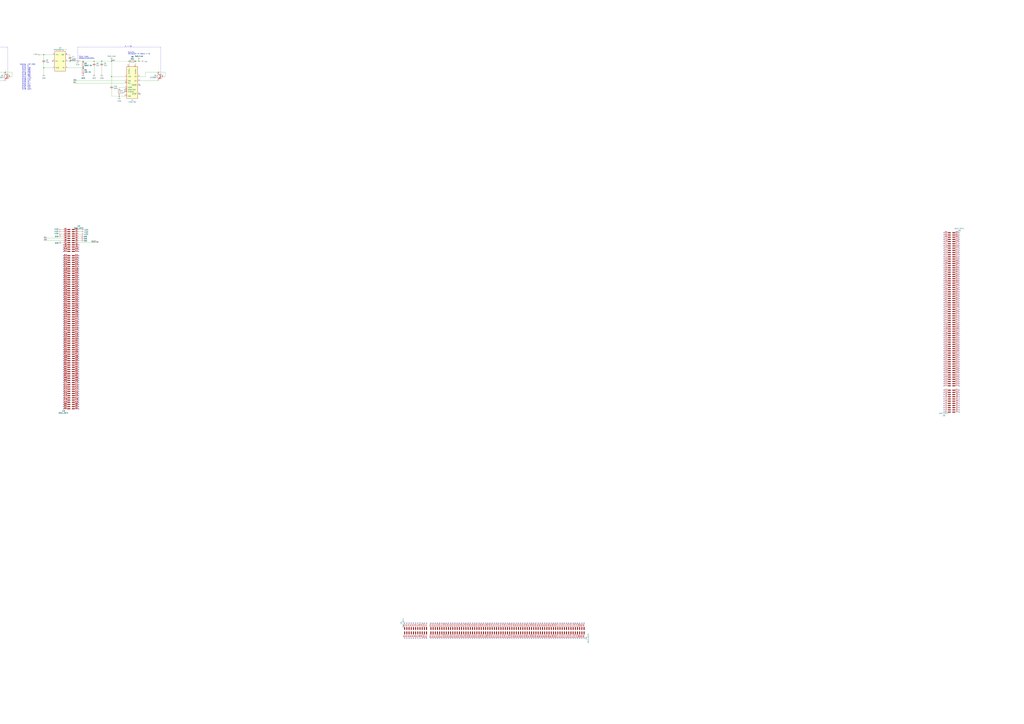
<source format=kicad_sch>
(kicad_sch (version 20211123) (generator eeschema)
  (paper "A0")
  (lib_symbols
    (symbol "connector:2M11_2M71" (pin_names (offset 1.016) hide) (in_bom no)
      (property "Reference" "J" (at 8.89 2.54 0))
      (property "Value" "2M11_2M71" (at 8.89 5.08 0))
      (symbol "2M11_2M71_1_1"
        (pin passive line (at 0 0 0) (length 5.08) (name "~") (number "A1"))
        (pin passive line (at 0 -22.86 0) (length 5.08) (name "~") (number "A10"))
        (pin passive line (at 0 -25.4 0) (length 5.08) (name "~") (number "A11"))
        (pin passive line (at 0 -30.48 0) (length 5.08) (name "~") (number "A12"))
        (pin passive line (at 0 -33.02 0) (length 5.08) (name "~") (number "A13"))
        (pin passive line (at 0 -35.56 0) (length 5.08) (name "~") (number "A14"))
        (pin passive line (at 0 -38.1 0) (length 5.08) (name "~") (number "A15"))
        (pin passive line (at 0 -40.64 0) (length 5.08) (name "~") (number "A16"))
        (pin passive line (at 0 -43.18 0) (length 5.08) (name "~") (number "A17"))
        (pin passive line (at 0 -45.72 0) (length 5.08) (name "~") (number "A18"))
        (pin passive line (at 0 -48.26 0) (length 5.08) (name "~") (number "A19"))
        (pin passive line (at 0 -2.54 0) (length 5.08) (name "~") (number "A2"))
        (pin passive line (at 0 -50.8 0) (length 5.08) (name "~") (number "A20"))
        (pin passive line (at 0 -53.34 0) (length 5.08) (name "~") (number "A21"))
        (pin passive line (at 0 -55.88 0) (length 5.08) (name "~") (number "A22"))
        (pin passive line (at 0 -58.42 0) (length 5.08) (name "~") (number "A23"))
        (pin passive line (at 0 -60.96 0) (length 5.08) (name "~") (number "A24"))
        (pin passive line (at 0 -63.5 0) (length 5.08) (name "~") (number "A25"))
        (pin passive line (at 0 -66.04 0) (length 5.08) (name "~") (number "A26"))
        (pin passive line (at 0 -68.58 0) (length 5.08) (name "~") (number "A27"))
        (pin passive line (at 0 -71.12 0) (length 5.08) (name "~") (number "A28"))
        (pin passive line (at 0 -73.66 0) (length 5.08) (name "~") (number "A29"))
        (pin passive line (at 0 -5.08 0) (length 5.08) (name "~") (number "A3"))
        (pin passive line (at 0 -76.2 0) (length 5.08) (name "~") (number "A30"))
        (pin passive line (at 0 -78.74 0) (length 5.08) (name "~") (number "A31"))
        (pin passive line (at 0 -81.28 0) (length 5.08) (name "~") (number "A32"))
        (pin passive line (at 0 -83.82 0) (length 5.08) (name "~") (number "A33"))
        (pin passive line (at 0 -86.36 0) (length 5.08) (name "~") (number "A34"))
        (pin passive line (at 0 -88.9 0) (length 5.08) (name "~") (number "A35"))
        (pin passive line (at 0 -91.44 0) (length 5.08) (name "~") (number "A36"))
        (pin passive line (at 0 -93.98 0) (length 5.08) (name "~") (number "A37"))
        (pin passive line (at 0 -96.52 0) (length 5.08) (name "~") (number "A38"))
        (pin passive line (at 0 -99.06 0) (length 5.08) (name "~") (number "A39"))
        (pin passive line (at 0 -7.62 0) (length 5.08) (name "~") (number "A4"))
        (pin passive line (at 0 -101.6 0) (length 5.08) (name "~") (number "A40"))
        (pin passive line (at 0 -104.14 0) (length 5.08) (name "~") (number "A41"))
        (pin passive line (at 0 -106.68 0) (length 5.08) (name "~") (number "A42"))
        (pin passive line (at 0 -109.22 0) (length 5.08) (name "~") (number "A43"))
        (pin passive line (at 0 -111.76 0) (length 5.08) (name "~") (number "A44"))
        (pin passive line (at 0 -114.3 0) (length 5.08) (name "~") (number "A45"))
        (pin passive line (at 0 -116.84 0) (length 5.08) (name "~") (number "A46"))
        (pin passive line (at 0 -119.38 0) (length 5.08) (name "~") (number "A47"))
        (pin passive line (at 0 -121.92 0) (length 5.08) (name "~") (number "A48"))
        (pin passive line (at 0 -124.46 0) (length 5.08) (name "~") (number "A49"))
        (pin passive line (at 0 -10.16 0) (length 5.08) (name "~") (number "A5"))
        (pin passive line (at 0 -127 0) (length 5.08) (name "~") (number "A50"))
        (pin passive line (at 0 -129.54 0) (length 5.08) (name "~") (number "A51"))
        (pin passive line (at 0 -132.08 0) (length 5.08) (name "~") (number "A52"))
        (pin passive line (at 0 -134.62 0) (length 5.08) (name "~") (number "A53"))
        (pin passive line (at 0 -137.16 0) (length 5.08) (name "~") (number "A54"))
        (pin passive line (at 0 -139.7 0) (length 5.08) (name "~") (number "A55"))
        (pin passive line (at 0 -142.24 0) (length 5.08) (name "~") (number "A56"))
        (pin passive line (at 0 -144.78 0) (length 5.08) (name "~") (number "A57"))
        (pin passive line (at 0 -147.32 0) (length 5.08) (name "~") (number "A58"))
        (pin passive line (at 0 -149.86 0) (length 5.08) (name "~") (number "A59"))
        (pin passive line (at 0 -12.7 0) (length 5.08) (name "~") (number "A6"))
        (pin passive line (at 0 -152.4 0) (length 5.08) (name "~") (number "A60"))
        (pin passive line (at 0 -154.94 0) (length 5.08) (name "~") (number "A61"))
        (pin passive line (at 0 -157.48 0) (length 5.08) (name "~") (number "A62"))
        (pin passive line (at 0 -160.02 0) (length 5.08) (name "~") (number "A63"))
        (pin passive line (at 0 -162.56 0) (length 5.08) (name "~") (number "A64"))
        (pin passive line (at 0 -165.1 0) (length 5.08) (name "~") (number "A65"))
        (pin passive line (at 0 -167.64 0) (length 5.08) (name "~") (number "A66"))
        (pin passive line (at 0 -170.18 0) (length 5.08) (name "~") (number "A67"))
        (pin passive line (at 0 -172.72 0) (length 5.08) (name "~") (number "A68"))
        (pin passive line (at 0 -175.26 0) (length 5.08) (name "~") (number "A69"))
        (pin passive line (at 0 -15.24 0) (length 5.08) (name "~") (number "A7"))
        (pin passive line (at 0 -177.8 0) (length 5.08) (name "~") (number "A70"))
        (pin passive line (at 0 -180.34 0) (length 5.08) (name "~") (number "A71"))
        (pin passive line (at 0 -182.88 0) (length 5.08) (name "~") (number "A72"))
        (pin passive line (at 0 -185.42 0) (length 5.08) (name "~") (number "A73"))
        (pin passive line (at 0 -187.96 0) (length 5.08) (name "~") (number "A74"))
        (pin passive line (at 0 -190.5 0) (length 5.08) (name "~") (number "A75"))
        (pin passive line (at 0 -193.04 0) (length 5.08) (name "~") (number "A76"))
        (pin passive line (at 0 -195.58 0) (length 5.08) (name "~") (number "A77"))
        (pin passive line (at 0 -198.12 0) (length 5.08) (name "~") (number "A78"))
        (pin passive line (at 0 -200.66 0) (length 5.08) (name "~") (number "A79"))
        (pin passive line (at 0 -17.78 0) (length 5.08) (name "~") (number "A8"))
        (pin passive line (at 0 -203.2 0) (length 5.08) (name "~") (number "A80"))
        (pin passive line (at 0 -205.74 0) (length 5.08) (name "~") (number "A81"))
        (pin passive line (at 0 -208.28 0) (length 5.08) (name "~") (number "A82"))
        (pin passive line (at 0 -20.32 0) (length 5.08) (name "~") (number "A9"))
      )
      (symbol "2M11_2M71_2_1"
        (pin passive line (at 0 0 0) (length 5.08) (name "~") (number "B1"))
        (pin passive line (at 0 -22.86 0) (length 5.08) (name "~") (number "B10"))
        (pin passive line (at 0 -25.4 0) (length 5.08) (name "~") (number "B11"))
        (pin passive line (at 0 -30.48 0) (length 5.08) (name "~") (number "B12"))
        (pin passive line (at 0 -33.02 0) (length 5.08) (name "~") (number "B13"))
        (pin passive line (at 0 -35.56 0) (length 5.08) (name "~") (number "B14"))
        (pin passive line (at 0 -38.1 0) (length 5.08) (name "~") (number "B15"))
        (pin passive line (at 0 -40.64 0) (length 5.08) (name "~") (number "B16"))
        (pin passive line (at 0 -43.18 0) (length 5.08) (name "~") (number "B17"))
        (pin passive line (at 0 -45.72 0) (length 5.08) (name "~") (number "B18"))
        (pin passive line (at 0 -48.26 0) (length 5.08) (name "~") (number "B19"))
        (pin passive line (at 0 -2.54 0) (length 5.08) (name "~") (number "B2"))
        (pin passive line (at 0 -50.8 0) (length 5.08) (name "~") (number "B20"))
        (pin passive line (at 0 -53.34 0) (length 5.08) (name "~") (number "B21"))
        (pin passive line (at 0 -55.88 0) (length 5.08) (name "~") (number "B22"))
        (pin passive line (at 0 -58.42 0) (length 5.08) (name "~") (number "B23"))
        (pin passive line (at 0 -60.96 0) (length 5.08) (name "~") (number "B24"))
        (pin passive line (at 0 -63.5 0) (length 5.08) (name "~") (number "B25"))
        (pin passive line (at 0 -66.04 0) (length 5.08) (name "~") (number "B26"))
        (pin passive line (at 0 -68.58 0) (length 5.08) (name "~") (number "B27"))
        (pin passive line (at 0 -71.12 0) (length 5.08) (name "~") (number "B28"))
        (pin passive line (at 0 -73.66 0) (length 5.08) (name "~") (number "B29"))
        (pin passive line (at 0 -5.08 0) (length 5.08) (name "~") (number "B3"))
        (pin passive line (at 0 -76.2 0) (length 5.08) (name "~") (number "B30"))
        (pin passive line (at 0 -78.74 0) (length 5.08) (name "~") (number "B31"))
        (pin passive line (at 0 -81.28 0) (length 5.08) (name "~") (number "B32"))
        (pin passive line (at 0 -83.82 0) (length 5.08) (name "~") (number "B33"))
        (pin passive line (at 0 -86.36 0) (length 5.08) (name "~") (number "B34"))
        (pin passive line (at 0 -88.9 0) (length 5.08) (name "~") (number "B35"))
        (pin passive line (at 0 -91.44 0) (length 5.08) (name "~") (number "B36"))
        (pin passive line (at 0 -93.98 0) (length 5.08) (name "~") (number "B37"))
        (pin passive line (at 0 -96.52 0) (length 5.08) (name "~") (number "B38"))
        (pin passive line (at 0 -99.06 0) (length 5.08) (name "~") (number "B39"))
        (pin passive line (at 0 -7.62 0) (length 5.08) (name "~") (number "B4"))
        (pin passive line (at 0 -101.6 0) (length 5.08) (name "~") (number "B40"))
        (pin passive line (at 0 -104.14 0) (length 5.08) (name "~") (number "B41"))
        (pin passive line (at 0 -106.68 0) (length 5.08) (name "~") (number "B42"))
        (pin passive line (at 0 -109.22 0) (length 5.08) (name "~") (number "B43"))
        (pin passive line (at 0 -111.76 0) (length 5.08) (name "~") (number "B44"))
        (pin passive line (at 0 -114.3 0) (length 5.08) (name "~") (number "B45"))
        (pin passive line (at 0 -116.84 0) (length 5.08) (name "~") (number "B46"))
        (pin passive line (at 0 -119.38 0) (length 5.08) (name "~") (number "B47"))
        (pin passive line (at 0 -121.92 0) (length 5.08) (name "~") (number "B48"))
        (pin passive line (at 0 -124.46 0) (length 5.08) (name "~") (number "B49"))
        (pin passive line (at 0 -10.16 0) (length 5.08) (name "~") (number "B5"))
        (pin passive line (at 0 -127 0) (length 5.08) (name "~") (number "B50"))
        (pin passive line (at 0 -129.54 0) (length 5.08) (name "~") (number "B51"))
        (pin passive line (at 0 -132.08 0) (length 5.08) (name "~") (number "B52"))
        (pin passive line (at 0 -134.62 0) (length 5.08) (name "~") (number "B53"))
        (pin passive line (at 0 -137.16 0) (length 5.08) (name "~") (number "B54"))
        (pin passive line (at 0 -139.7 0) (length 5.08) (name "~") (number "B55"))
        (pin passive line (at 0 -142.24 0) (length 5.08) (name "~") (number "B56"))
        (pin passive line (at 0 -144.78 0) (length 5.08) (name "~") (number "B57"))
        (pin passive line (at 0 -147.32 0) (length 5.08) (name "~") (number "B58"))
        (pin passive line (at 0 -149.86 0) (length 5.08) (name "~") (number "B59"))
        (pin passive line (at 0 -12.7 0) (length 5.08) (name "~") (number "B6"))
        (pin passive line (at 0 -152.4 0) (length 5.08) (name "~") (number "B60"))
        (pin passive line (at 0 -154.94 0) (length 5.08) (name "~") (number "B61"))
        (pin passive line (at 0 -157.48 0) (length 5.08) (name "~") (number "B62"))
        (pin passive line (at 0 -160.02 0) (length 5.08) (name "~") (number "B63"))
        (pin passive line (at 0 -162.56 0) (length 5.08) (name "~") (number "B64"))
        (pin passive line (at 0 -165.1 0) (length 5.08) (name "~") (number "B65"))
        (pin passive line (at 0 -167.64 0) (length 5.08) (name "~") (number "B66"))
        (pin passive line (at 0 -170.18 0) (length 5.08) (name "~") (number "B67"))
        (pin passive line (at 0 -172.72 0) (length 5.08) (name "~") (number "B68"))
        (pin passive line (at 0 -175.26 0) (length 5.08) (name "~") (number "B69"))
        (pin passive line (at 0 -15.24 0) (length 5.08) (name "~") (number "B7"))
        (pin passive line (at 0 -177.8 0) (length 5.08) (name "~") (number "B70"))
        (pin passive line (at 0 -180.34 0) (length 5.08) (name "~") (number "B71"))
        (pin passive line (at 0 -182.88 0) (length 5.08) (name "~") (number "B72"))
        (pin passive line (at 0 -185.42 0) (length 5.08) (name "~") (number "B73"))
        (pin passive line (at 0 -187.96 0) (length 5.08) (name "~") (number "B74"))
        (pin passive line (at 0 -190.5 0) (length 5.08) (name "~") (number "B75"))
        (pin passive line (at 0 -193.04 0) (length 5.08) (name "~") (number "B76"))
        (pin passive line (at 0 -195.58 0) (length 5.08) (name "~") (number "B77"))
        (pin passive line (at 0 -198.12 0) (length 5.08) (name "~") (number "B78"))
        (pin passive line (at 0 -200.66 0) (length 5.08) (name "~") (number "B79"))
        (pin passive line (at 0 -17.78 0) (length 5.08) (name "~") (number "B8"))
        (pin passive line (at 0 -203.2 0) (length 5.08) (name "~") (number "B80"))
        (pin passive line (at 0 -205.74 0) (length 5.08) (name "~") (number "B81"))
        (pin passive line (at 0 -208.28 0) (length 5.08) (name "~") (number "B82"))
        (pin passive line (at 0 -20.32 0) (length 5.08) (name "~") (number "B9"))
      )
    )
    (symbol "discrete:C" (pin_numbers hide) (pin_names (offset 0.254) hide)
      (property "Reference" "C" (at 0.254 1.778 0))
      (property "Value" "C" (at 0.254 -2.032 0))
      (symbol "C_1_1"
        (pin passive line (at 0 2.54 270) (length 2.032) (name "~") (number "1"))
        (pin passive line (at 0 -2.54 90) (length 2.032) (name "~") (number "2"))
      )
    )
    (symbol "discrete:L" (pin_numbers hide) (pin_names (offset 1.016) hide)
      (property "Reference" "L" (at -1.27 0 90))
      (property "Value" "L" (at 1.905 0 90))
      (symbol "L_1_1"
        (pin passive line (at 0 3.81 270) (length 1.27) (name "1") (number "1"))
        (pin passive line (at 0 -3.81 90) (length 1.27) (name "2") (number "2"))
      )
    )
    (symbol "discrete:Q_NPN_EBC" (pin_names (offset 0) hide)
      (property "Reference" "Q" (at 5.08 1.27 0))
      (property "Value" "Q_NPN_EBC" (at 5.08 -1.27 0))
      (symbol "Q_NPN_EBC_1_1"
        (pin passive line (at 2.54 -5.08 90) (length 2.54) (name "E") (number "1"))
        (pin passive line (at -5.08 0 0) (length 5.715) (name "B") (number "2"))
        (pin passive line (at 2.54 5.08 270) (length 2.54) (name "C") (number "3"))
      )
    )
    (symbol "discrete:R" (pin_numbers hide) (pin_names (offset 0))
      (property "Reference" "R" (at 1.27 -1.27 0))
      (property "Value" "R" (at 1.27 1.27 0))
      (symbol "R_1_1"
        (pin passive line (at 0 3.81 270) (length 1.27) (name "~") (number "1"))
        (pin passive line (at 0 -3.81 90) (length 1.27) (name "~") (number "2"))
      )
    )
    (symbol "power:+12V" (power) (pin_names (offset 0))
      (property "Value" "+12V" (at 0 3.556 0))
      (symbol "+12V_1_1"
        (pin power_in line (at 0 0 90) (length 0) hide (name "+12V") (number "1"))
      )
    )
    (symbol "power:+5V" (power) (pin_names (offset 0))
      (property "Value" "+5V" (at 0 3.556 0))
      (symbol "+5V_1_1"
        (pin power_in line (at 0 0 90) (length 0) hide (name "+5V") (number "1"))
      )
    )
    (symbol "power:GND" (power) (pin_names (offset 0))
      (property "Value" "GND" (at 0 -3.81 0))
      (symbol "GND_1_1"
        (pin power_in line (at 0 0 270) (length 0) hide (name "GND") (number "1"))
      )
    )
    (symbol "power:PWR_FLAG" (power) (pin_numbers hide) (pin_names (offset 0) hide)
      (property "Value" "PWR_FLAG" (at 0 3.81 0))
      (symbol "PWR_FLAG_0_0"
        (pin power_out line (at 0 0 90) (length 0) (name "pwr") (number "1"))
      )
    )
    (symbol "power:VCC" (power) (pin_names (offset 0))
      (property "Value" "VCC" (at 0 3.81 0))
      (symbol "VCC_1_1"
        (pin power_in line (at 0 0 90) (length 0) hide (name "VCC") (number "1"))
      )
    )
    (symbol "semiconductor:AP62300TWU-7" (pin_names (offset 1.016))
      (property "Reference" "U" (at 0 12.7 0))
      (property "Value" "AP62300TWU-7" (at 0 -12.7 0))
      (symbol "AP62300TWU-7_1_1"
        (pin power_in line (at -8.89 -7.62 0) (length 2.54) (name "GND") (number "1"))
        (pin passive line (at 8.89 0 180) (length 2.54) (name "SW") (number "2"))
        (pin power_in line (at -8.89 7.62 0) (length 2.54) (name "VIN") (number "3"))
        (pin passive line (at 8.89 -7.62 180) (length 2.54) (name "FB") (number "4"))
        (pin input line (at -8.89 0 0) (length 2.54) (name "EN") (number "5"))
        (pin passive line (at 8.89 7.62 180) (length 2.54) (name "BST") (number "6"))
      )
    )
    (symbol "semiconductor:EMC1702" (pin_names (offset 1.016))
      (property "Reference" "U" (at 0 17.78 0))
      (property "Value" "EMC1702" (at 0 -21.59 0))
      (symbol "EMC1702_1_1"
        (pin power_in line (at -8.89 5.08 0) (length 2.54) (name "VDD") (number "1"))
        (pin passive line (at -8.89 -12.7 0) (length 2.54) (name "THRESH") (number "10"))
        (pin passive line (at 3.81 19.05 270) (length 2.54) (name "SENSE-") (number "11"))
        (pin passive line (at -3.81 19.05 270) (length 2.54) (name "SENSE+") (number "12"))
        (pin passive line (at 8.89 5.08 180) (length 2.54) (name "DP") (number "2"))
        (pin passive line (at 8.89 0 180) (length 2.54) (name "DN") (number "3"))
        (pin passive line (at -8.89 -7.62 0) (length 2.54) (name "ADDR") (number "4"))
        (pin open_collector line (at 8.89 -5.08 180) (length 2.54) (name "~{THERM}") (number "5"))
        (pin open_collector line (at 8.89 -15.24 180) (length 2.54) (name "~{ALERT}") (number "6"))
        (pin open_collector line (at -8.89 0 0) (length 2.54) (name "SDA") (number "7"))
        (pin input line (at -8.89 -2.54 0) (length 2.54) (name "SCL") (number "8"))
        (pin passive line (at -8.89 -10.16 0) (length 2.54) (name "DURATION") (number "9"))
        (pin power_in line (at -8.89 -17.78 0) (length 2.54) (name "GND") (number "EP"))
      )
    )
  )
  (junction (at 157.48 71.12))
  (junction (at 184.15 83.82))
  (junction (at 81.28 71.12))
  (junction (at 129.54 71.12))
  (junction (at 161.29 71.12))
  (junction (at -96.52 71.12))
  (junction (at -48.26 71.12))
  (junction (at 138.43 111.76))
  (junction (at -127 63.5))
  (junction (at -59.69 71.12))
  (junction (at -20.32 71.12))
  (junction (at -27.94 71.12))
  (junction (at -81.28 71.12))
  (junction (at 96.52 78.74))
  (junction (at -68.58 71.12))
  (junction (at 50.8 78.74))
  (junction (at 149.86 71.12))
  (junction (at 50.8 63.5))
  (junction (at 118.11 71.12))
  (junction (at 6.35 83.82))
  (junction (at -48.26 88.9))
  (junction (at -81.28 78.74))
  (junction (at -16.51 71.12))
  (junction (at 109.22 71.12))
  (junction (at -127 78.74))
  (junction (at 96.52 71.12))
  (junction (at -39.37 111.76))
  (junction (at 129.54 88.9))
  (no_connect (at 1096.01 323.85))
  (no_connect (at 91.44 416.56))
  (no_connect (at 1113.79 300.99))
  (no_connect (at 528.32 741.68))
  (no_connect (at 533.4 723.9))
  (no_connect (at 594.36 723.9))
  (no_connect (at 632.46 741.68))
  (no_connect (at 73.66 370.84))
  (no_connect (at 73.66 322.58))
  (no_connect (at 502.92 723.9))
  (no_connect (at 91.44 347.98))
  (no_connect (at 1096.01 400.05))
  (no_connect (at 655.32 741.68))
  (no_connect (at 1113.79 288.29))
  (no_connect (at 73.66 441.96))
  (no_connect (at 1096.01 372.11))
  (no_connect (at 624.84 741.68))
  (no_connect (at 660.4 723.9))
  (no_connect (at 91.44 332.74))
  (no_connect (at 91.44 436.88))
  (no_connect (at 627.38 741.68))
  (no_connect (at 73.66 302.26))
  (no_connect (at 599.44 723.9))
  (no_connect (at 586.74 723.9))
  (no_connect (at 91.44 355.6))
  (no_connect (at 1113.79 417.83))
  (no_connect (at 635 723.9))
  (no_connect (at 538.48 723.9))
  (no_connect (at 1113.79 311.15))
  (no_connect (at 563.88 741.68))
  (no_connect (at 1113.79 384.81))
  (no_connect (at 1096.01 359.41))
  (no_connect (at 73.66 325.12))
  (no_connect (at 73.66 347.98))
  (no_connect (at 91.44 386.08))
  (no_connect (at 73.66 307.34))
  (no_connect (at 162.56 99.06))
  (no_connect (at 1096.01 318.77))
  (no_connect (at 91.44 337.82))
  (no_connect (at 640.08 741.68))
  (no_connect (at 91.44 457.2))
  (no_connect (at 73.66 416.56))
  (no_connect (at 629.92 723.9))
  (no_connect (at 660.4 741.68))
  (no_connect (at 73.66 292.1))
  (no_connect (at 73.66 411.48))
  (no_connect (at 546.1 723.9))
  (no_connect (at 548.64 741.68))
  (no_connect (at 543.56 741.68))
  (no_connect (at 609.6 741.68))
  (no_connect (at 607.06 723.9))
  (no_connect (at 1113.79 443.23))
  (no_connect (at 558.8 723.9))
  (no_connect (at 73.66 436.88))
  (no_connect (at 525.78 741.68))
  (no_connect (at 91.44 408.94))
  (no_connect (at 60.96 71.12))
  (no_connect (at 162.56 109.22))
  (no_connect (at 673.1 723.9))
  (no_connect (at 91.44 447.04))
  (no_connect (at 1113.79 405.13))
  (no_connect (at 1113.79 448.31))
  (no_connect (at 73.66 459.74))
  (no_connect (at 541.02 723.9))
  (no_connect (at 528.32 723.9))
  (no_connect (at 1113.79 336.55))
  (no_connect (at 561.34 723.9))
  (no_connect (at 73.66 304.8))
  (no_connect (at 1113.79 295.91))
  (no_connect (at 1113.79 283.21))
  (no_connect (at 581.66 741.68))
  (no_connect (at 73.66 353.06))
  (no_connect (at 591.82 741.68))
  (no_connect (at 604.52 741.68))
  (no_connect (at 1113.79 334.01))
  (no_connect (at 1113.79 407.67))
  (no_connect (at 622.3 741.68))
  (no_connect (at 1096.01 311.15))
  (no_connect (at 652.78 723.9))
  (no_connect (at 1113.79 382.27))
  (no_connect (at 601.98 741.68))
  (no_connect (at 515.62 741.68))
  (no_connect (at 1096.01 336.55))
  (no_connect (at 584.2 741.68))
  (no_connect (at 652.78 741.68))
  (no_connect (at 91.44 452.12))
  (no_connect (at 1113.79 463.55))
  (no_connect (at 1113.79 326.39))
  (no_connect (at 594.36 741.68))
  (no_connect (at 1113.79 427.99))
  (no_connect (at 91.44 464.82))
  (no_connect (at 541.02 741.68))
  (no_connect (at 1096.01 303.53))
  (no_connect (at 1096.01 438.15))
  (no_connect (at 500.38 741.68))
  (no_connect (at 1096.01 463.55))
  (no_connect (at 91.44 363.22))
  (no_connect (at 91.44 393.7))
  (no_connect (at 561.34 741.68))
  (no_connect (at 556.26 723.9))
  (no_connect (at 614.68 741.68))
  (no_connect (at 1096.01 374.65))
  (no_connect (at 574.04 723.9))
  (no_connect (at 73.66 388.62))
  (no_connect (at 523.24 723.9))
  (no_connect (at 1096.01 288.29))
  (no_connect (at 551.18 723.9))
  (no_connect (at 73.66 474.98))
  (no_connect (at 525.78 723.9))
  (no_connect (at 1096.01 298.45))
  (no_connect (at 665.48 741.68))
  (no_connect (at 1096.01 425.45))
  (no_connect (at 505.46 741.68))
  (no_connect (at 629.92 741.68))
  (no_connect (at 91.44 401.32))
  (no_connect (at 144.78 106.68))
  (no_connect (at 586.74 741.68))
  (no_connect (at 91.44 292.1))
  (no_connect (at 91.44 287.02))
  (no_connect (at 91.44 289.56))
  (no_connect (at 1113.79 280.67))
  (no_connect (at -15.24 109.22))
  (no_connect (at 73.66 297.18))
  (no_connect (at 474.98 723.9))
  (no_connect (at 1096.01 473.71))
  (no_connect (at 73.66 434.34))
  (no_connect (at -33.02 106.68))
  (no_connect (at 1096.01 331.47))
  (no_connect (at 91.44 467.36))
  (no_connect (at 1096.01 420.37))
  (no_connect (at 73.66 312.42))
  (no_connect (at 556.26 741.68))
  (no_connect (at 642.62 741.68))
  (no_connect (at 1113.79 369.57))
  (no_connect (at 609.6 723.9))
  (no_connect (at 1113.79 425.45))
  (no_connect (at 91.44 449.58))
  (no_connect (at 637.54 741.68))
  (no_connect (at 1096.01 422.91))
  (no_connect (at 1113.79 313.69))
  (no_connect (at 1113.79 341.63))
  (no_connect (at 73.66 337.82))
  (no_connect (at 1113.79 298.45))
  (no_connect (at 73.66 457.2))
  (no_connect (at 568.96 741.68))
  (no_connect (at 73.66 355.6))
  (no_connect (at 91.44 312.42))
  (no_connect (at 73.66 373.38))
  (no_connect (at 91.44 426.72))
  (no_connect (at 1096.01 410.21))
  (no_connect (at 530.86 741.68))
  (no_connect (at 73.66 365.76))
  (no_connect (at 632.46 723.9))
  (no_connect (at 1096.01 313.69))
  (no_connect (at 495.3 741.68))
  (no_connect (at 1096.01 351.79))
  (no_connect (at 1096.01 334.01))
  (no_connect (at 73.66 375.92))
  (no_connect (at 1113.79 394.97))
  (no_connect (at 508 741.68))
  (no_connect (at 591.82 723.9))
  (no_connect (at 73.66 358.14))
  (no_connect (at 73.66 447.04))
  (no_connect (at 1096.01 433.07))
  (no_connect (at 650.24 723.9))
  (no_connect (at 91.44 330.2))
  (no_connect (at 1096.01 405.13))
  (no_connect (at 1096.01 397.51))
  (no_connect (at 510.54 741.68))
  (no_connect (at 91.44 439.42))
  (no_connect (at 91.44 345.44))
  (no_connect (at 1113.79 476.25))
  (no_connect (at 1096.01 455.93))
  (no_connect (at 622.3 723.9))
  (no_connect (at 487.68 723.9))
  (no_connect (at 91.44 406.4))
  (no_connect (at 1096.01 407.67))
  (no_connect (at 1096.01 290.83))
  (no_connect (at 73.66 419.1))
  (no_connect (at 1113.79 270.51))
  (no_connect (at 675.64 723.9))
  (no_connect (at 73.66 345.44))
  (no_connect (at 604.52 723.9))
  (no_connect (at 1096.01 326.39))
  (no_connect (at 574.04 741.68))
  (no_connect (at 73.66 335.28))
  (no_connect (at 91.44 358.14))
  (no_connect (at 515.62 723.9))
  (no_connect (at 91.44 353.06))
  (no_connect (at 563.88 723.9))
  (no_connect (at 1096.01 367.03))
  (no_connect (at 571.5 723.9))
  (no_connect (at 1113.79 438.15))
  (no_connect (at 535.94 741.68))
  (no_connect (at 73.66 330.2))
  (no_connect (at 1113.79 433.07))
  (no_connect (at 505.46 723.9))
  (no_connect (at 1113.79 420.37))
  (no_connect (at 650.24 741.68))
  (no_connect (at 548.64 723.9))
  (no_connect (at 1113.79 321.31))
  (no_connect (at 492.76 723.9))
  (no_connect (at 73.66 342.9))
  (no_connect (at 1113.79 318.77))
  (no_connect (at 1113.79 397.51))
  (no_connect (at 91.44 424.18))
  (no_connect (at 558.8 741.68))
  (no_connect (at 520.7 741.68))
  (no_connect (at 91.44 383.54))
  (no_connect (at 1113.79 339.09))
  (no_connect (at 576.58 723.9))
  (no_connect (at 518.16 741.68))
  (no_connect (at 73.66 378.46))
  (no_connect (at 553.72 741.68))
  (no_connect (at 1113.79 466.09))
  (no_connect (at 1096.01 402.59))
  (no_connect (at 73.66 350.52))
  (no_connect (at 73.66 403.86))
  (no_connect (at 1096.01 453.39))
  (no_connect (at 530.86 723.9))
  (no_connect (at 73.66 381))
  (no_connect (at 73.66 368.3))
  (no_connect (at 1113.79 306.07))
  (no_connect (at 1096.01 328.93))
  (no_connect (at 678.18 723.9))
  (no_connect (at 1113.79 389.89))
  (no_connect (at 73.66 424.18))
  (no_connect (at 91.44 474.98))
  (no_connect (at 73.66 284.48))
  (no_connect (at 73.66 309.88))
  (no_connect (at 657.86 741.68))
  (no_connect (at 1113.79 359.41))
  (no_connect (at 1096.01 427.99))
  (no_connect (at 645.16 741.68))
  (no_connect (at 91.44 454.66))
  (no_connect (at 73.66 431.8))
  (no_connect (at 670.56 723.9))
  (no_connect (at 1113.79 354.33))
  (no_connect (at 472.44 723.9))
  (no_connect (at 485.14 741.68))
  (no_connect (at 576.58 741.68))
  (no_connect (at 91.44 284.48))
  (no_connect (at 91.44 304.8))
  (no_connect (at 91.44 373.38))
  (no_connect (at 523.24 741.68))
  (no_connect (at 1113.79 412.75))
  (no_connect (at 91.44 314.96))
  (no_connect (at 91.44 419.1))
  (no_connect (at 73.66 414.02))
  (no_connect (at 612.14 741.68))
  (no_connect (at 1113.79 379.73))
  (no_connect (at 551.18 741.68))
  (no_connect (at 73.66 314.96))
  (no_connect (at -15.24 99.06))
  (no_connect (at 1113.79 278.13))
  (no_connect (at 91.44 365.76))
  (no_connect (at 1096.01 300.99))
  (no_connect (at 1096.01 275.59))
  (no_connect (at 1096.01 283.21))
  (no_connect (at 546.1 741.68))
  (no_connect (at 1096.01 412.75))
  (no_connect (at 1113.79 473.71))
  (no_connect (at 73.66 383.54))
  (no_connect (at 1113.79 290.83))
  (no_connect (at 91.44 299.72))
  (no_connect (at 474.98 741.68))
  (no_connect (at 73.66 449.58))
  (no_connect (at 91.44 444.5))
  (no_connect (at 1113.79 453.39))
  (no_connect (at 1096.01 440.69))
  (no_connect (at 73.66 444.5))
  (no_connect (at 637.54 723.9))
  (no_connect (at 619.76 741.68))
  (no_connect (at 1113.79 316.23))
  (no_connect (at 1113.79 461.01))
  (no_connect (at 596.9 723.9))
  (no_connect (at 91.44 360.68))
  (no_connect (at 91.44 322.58))
  (no_connect (at 91.44 469.9))
  (no_connect (at 1113.79 440.69))
  (no_connect (at 91.44 327.66))
  (no_connect (at 91.44 320.04))
  (no_connect (at 73.66 469.9))
  (no_connect (at 675.64 741.68))
  (no_connect (at 73.66 452.12))
  (no_connect (at 668.02 741.68))
  (no_connect (at 1096.01 448.31))
  (no_connect (at 647.7 723.9))
  (no_connect (at 73.66 429.26))
  (no_connect (at 1113.79 323.85))
  (no_connect (at 73.66 386.08))
  (no_connect (at 1096.01 415.29))
  (no_connect (at 1096.01 346.71))
  (no_connect (at 566.42 741.68))
  (no_connect (at 1096.01 392.43))
  (no_connect (at 645.16 723.9))
  (no_connect (at 73.66 454.66))
  (no_connect (at 599.44 741.68))
  (no_connect (at 589.28 741.68))
  (no_connect (at 1096.01 468.63))
  (no_connect (at 1096.01 293.37))
  (no_connect (at 480.06 723.9))
  (no_connect (at 1113.79 275.59))
  (no_connect (at 617.22 723.9))
  (no_connect (at 657.86 723.9))
  (no_connect (at 73.66 426.72))
  (no_connect (at 91.44 342.9))
  (no_connect (at 510.54 723.9))
  (no_connect (at 571.5 741.68))
  (no_connect (at 1096.01 466.09))
  (no_connect (at 1113.79 303.53))
  (no_connect (at 1096.01 389.89))
  (no_connect (at 1096.01 316.23))
  (no_connect (at 1096.01 478.79))
  (no_connect (at 1113.79 402.59))
  (no_connect (at 1113.79 377.19))
  (no_connect (at 91.44 317.5))
  (no_connect (at 1096.01 369.57))
  (no_connect (at 91.44 398.78))
  (no_connect (at 91.44 370.84))
  (no_connect (at 1113.79 273.05))
  (no_connect (at 520.7 723.9))
  (no_connect (at 1096.01 476.25))
  (no_connect (at 1113.79 349.25))
  (no_connect (at 144.78 104.14))
  (no_connect (at 73.66 472.44))
  (no_connect (at 91.44 340.36))
  (no_connect (at 1096.01 344.17))
  (no_connect (at 584.2 723.9))
  (no_connect (at 607.06 741.68))
  (no_connect (at 487.68 741.68))
  (no_connect (at 490.22 723.9))
  (no_connect (at 469.9 723.9))
  (no_connect (at 655.32 723.9))
  (no_connect (at 91.44 375.92))
  (no_connect (at 91.44 411.48))
  (no_connect (at 91.44 309.88))
  (no_connect (at 1096.01 364.49))
  (no_connect (at 1096.01 458.47))
  (no_connect (at 73.66 406.4))
  (no_connect (at 1096.01 349.25))
  (no_connect (at 596.9 741.68))
  (no_connect (at 579.12 723.9))
  (no_connect (at 91.44 431.8))
  (no_connect (at 1113.79 361.95))
  (no_connect (at 91.44 434.34))
  (no_connect (at 619.76 723.9))
  (no_connect (at 91.44 388.62))
  (no_connect (at 73.66 396.24))
  (no_connect (at 1113.79 356.87))
  (no_connect (at 1113.79 471.17))
  (no_connect (at 1113.79 410.21))
  (no_connect (at 535.94 723.9))
  (no_connect (at 91.44 472.44))
  (no_connect (at 518.16 723.9))
  (no_connect (at 1113.79 372.11))
  (no_connect (at 91.44 429.26))
  (no_connect (at 617.22 741.68))
  (no_connect (at 543.56 723.9))
  (no_connect (at 485.14 723.9))
  (no_connect (at 91.44 302.26))
  (no_connect (at 1113.79 422.91))
  (no_connect (at 1096.01 435.61))
  (no_connect (at 73.66 360.68))
  (no_connect (at 472.44 741.68))
  (no_connect (at 614.68 723.9))
  (no_connect (at 1113.79 478.79))
  (no_connect (at 589.28 723.9))
  (no_connect (at 91.44 307.34))
  (no_connect (at 1096.01 354.33))
  (no_connect (at 612.14 723.9))
  (no_connect (at 477.52 741.68))
  (no_connect (at 1096.01 273.05))
  (no_connect (at 1096.01 445.77))
  (no_connect (at 91.44 391.16))
  (no_connect (at 1113.79 293.37))
  (no_connect (at 627.38 723.9))
  (no_connect (at 1096.01 285.75))
  (no_connect (at 1096.01 341.63))
  (no_connect (at 73.66 398.78))
  (no_connect (at 490.22 741.68))
  (no_connect (at 1113.79 374.65))
  (no_connect (at 566.42 723.9))
  (no_connect (at 1113.79 346.71))
  (no_connect (at 1096.01 443.23))
  (no_connect (at 635 741.68))
  (no_connect (at 1096.01 387.35))
  (no_connect (at 1113.79 328.93))
  (no_connect (at 1096.01 377.19))
  (no_connect (at 1113.79 435.61))
  (no_connect (at 1096.01 270.51))
  (no_connect (at 91.44 297.18))
  (no_connect (at 1113.79 455.93))
  (no_connect (at 73.66 464.82))
  (no_connect (at 579.12 741.68))
  (no_connect (at 1113.79 445.77))
  (no_connect (at 1096.01 280.67))
  (no_connect (at 1113.79 415.29))
  (no_connect (at 1096.01 356.87))
  (no_connect (at 73.66 439.42))
  (no_connect (at 1113.79 331.47))
  (no_connect (at 91.44 414.02))
  (no_connect (at 91.44 459.74))
  (no_connect (at 73.66 391.16))
  (no_connect (at 1113.79 468.63))
  (no_connect (at 647.7 741.68))
  (no_connect (at 581.66 723.9))
  (no_connect (at 1096.01 430.53))
  (no_connect (at 624.84 723.9))
  (no_connect (at -33.02 104.14))
  (no_connect (at 73.66 289.56))
  (no_connect (at 1096.01 382.27))
  (no_connect (at 1113.79 387.35))
  (no_connect (at 91.44 350.52))
  (no_connect (at 662.94 741.68))
  (no_connect (at 665.48 723.9))
  (no_connect (at 1096.01 461.01))
  (no_connect (at 1096.01 384.81))
  (no_connect (at 91.44 403.86))
  (no_connect (at 1096.01 471.17))
  (no_connect (at 73.66 299.72))
  (no_connect (at 1113.79 400.05))
  (no_connect (at 1113.79 285.75))
  (no_connect (at 678.18 741.68))
  (no_connect (at 91.44 396.24))
  (no_connect (at 73.66 467.36))
  (no_connect (at 492.76 741.68))
  (no_connect (at 91.44 381))
  (no_connect (at 91.44 441.96))
  (no_connect (at 513.08 723.9))
  (no_connect (at 73.66 327.66))
  (no_connect (at 1113.79 367.03))
  (no_connect (at 538.48 741.68))
  (no_connect (at 1113.79 392.43))
  (no_connect (at 662.94 723.9))
  (no_connect (at 91.44 421.64))
  (no_connect (at 508 723.9))
  (no_connect (at 1113.79 458.47))
  (no_connect (at 1096.01 308.61))
  (no_connect (at 480.06 741.68))
  (no_connect (at 91.44 335.28))
  (no_connect (at 533.4 741.68))
  (no_connect (at 73.66 421.64))
  (no_connect (at 1113.79 308.61))
  (no_connect (at 91.44 378.46))
  (no_connect (at 553.72 723.9))
  (no_connect (at 73.66 320.04))
  (no_connect (at 482.6 741.68))
  (no_connect (at 477.52 723.9))
  (no_connect (at 91.44 368.3))
  (no_connect (at 1113.79 430.53))
  (no_connect (at 73.66 401.32))
  (no_connect (at 1096.01 278.13))
  (no_connect (at 1096.01 306.07))
  (no_connect (at 513.08 741.68))
  (no_connect (at 1096.01 361.95))
  (no_connect (at 73.66 317.5))
  (no_connect (at 495.3 723.9))
  (no_connect (at 1096.01 379.73))
  (no_connect (at 73.66 363.22))
  (no_connect (at 673.1 741.68))
  (no_connect (at 1096.01 417.83))
  (no_connect (at 1096.01 339.09))
  (no_connect (at 1113.79 351.79))
  (no_connect (at -116.84 71.12))
  (no_connect (at 500.38 723.9))
  (no_connect (at 91.44 462.28))
  (no_connect (at 1113.79 344.17))
  (no_connect (at 73.66 393.7))
  (no_connect (at 469.9 741.68))
  (no_connect (at 502.92 741.68))
  (no_connect (at 73.66 340.36))
  (no_connect (at 482.6 723.9))
  (no_connect (at 668.02 723.9))
  (no_connect (at 670.56 741.68))
  (no_connect (at 1113.79 364.49))
  (no_connect (at 1096.01 295.91))
  (no_connect (at 73.66 462.28))
  (no_connect (at 1096.01 321.31))
  (no_connect (at 640.08 723.9))
  (no_connect (at 568.96 723.9))
  (no_connect (at 642.62 723.9))
  (no_connect (at 73.66 332.74))
  (no_connect (at 91.44 325.12))
  (no_connect (at 73.66 287.02))
  (no_connect (at 601.98 723.9))
  (no_connect (at 1096.01 394.97))
  (no_connect (at 73.66 408.94))
  (wire (pts (xy 50.8 86.36) (xy 50.8 78.74)))
  (wire (pts (xy 81.28 64.77) (xy 81.28 63.5)))
  (wire (pts (xy 144.78 111.76) (xy 138.43 111.76)))
  (wire (pts (xy -92.71 96.52) (xy -33.02 96.52)))
  (wire (pts (xy -127 86.36) (xy -127 78.74)))
  (wire (pts (xy 91.44 281.94) (xy 114.3 281.94)))
  (wire (pts (xy 129.54 111.76) (xy 129.54 104.14)))
  (wire (pts (xy 91.44 271.78) (xy 93.98 271.78)))
  (wire (pts (xy 91.44 279.4) (xy 93.98 279.4)))
  (polyline (pts (xy 90.17 54.61) (xy 90.17 71.12)))
  (wire (pts (xy -68.58 71.12) (xy -68.58 72.39)))
  (wire (pts (xy 161.29 69.85) (xy 161.29 71.12)))
  (wire (pts (xy 184.15 93.98) (xy 162.56 93.98)))
  (wire (pts (xy -48.26 71.12) (xy -59.69 71.12)))
  (wire (pts (xy -68.58 71.12) (xy -59.69 71.12)))
  (wire (pts (xy 6.35 83.82) (xy 13.97 83.82)))
  (wire (pts (xy -20.32 71.12) (xy -20.32 74.93)))
  (wire (pts (xy 138.43 113.03) (xy 138.43 111.76)))
  (wire (pts (xy 71.12 274.32) (xy 73.66 274.32)))
  (wire (pts (xy 184.15 83.82) (xy 191.77 83.82)))
  (wire (pts (xy 78.74 71.12) (xy 81.28 71.12)))
  (wire (pts (xy -127 68.58) (xy -127 63.5)))
  (wire (pts (xy -33.02 111.76) (xy -39.37 111.76)))
  (wire (pts (xy -48.26 111.76) (xy -48.26 104.14)))
  (wire (pts (xy -99.06 71.12) (xy -96.52 71.12)))
  (wire (pts (xy -39.37 101.6) (xy -39.37 102.87)))
  (wire (pts (xy 91.44 276.86) (xy 93.98 276.86)))
  (wire (pts (xy -8.89 83.82) (xy 6.35 83.82)))
  (wire (pts (xy 73.66 269.24) (xy 71.12 269.24)))
  (wire (pts (xy -16.51 69.85) (xy -16.51 71.12)))
  (wire (pts (xy 6.35 93.98) (xy -15.24 93.98)))
  (wire (pts (xy -48.26 88.9) (xy -48.26 71.12)))
  (polyline (pts (xy 186.69 54.61) (xy 90.17 54.61)))
  (wire (pts (xy 129.54 88.9) (xy 129.54 71.12)))
  (wire (pts (xy 138.43 101.6) (xy 138.43 102.87)))
  (polyline (pts (xy 8.89 86.36) (xy 8.89 54.61)))
  (wire (pts (xy 50.8 68.58) (xy 50.8 63.5)))
  (wire (pts (xy 144.78 88.9) (xy 129.54 88.9)))
  (wire (pts (xy -127 78.74) (xy -127 73.66)))
  (wire (pts (xy 144.78 93.98) (xy 85.09 93.98)))
  (wire (pts (xy 81.28 71.12) (xy 86.36 71.12)))
  (polyline (pts (xy -87.63 54.61) (xy -87.63 71.12)))
  (wire (pts (xy -59.69 71.12) (xy -59.69 72.39)))
  (wire (pts (xy 109.22 77.47) (xy 109.22 86.36)))
  (wire (pts (xy -127 62.23) (xy -127 63.5)))
  (wire (pts (xy -59.69 86.36) (xy -59.69 77.47)))
  (wire (pts (xy 50.8 63.5) (xy 60.96 63.5)))
  (wire (pts (xy -81.28 71.12) (xy -68.58 71.12)))
  (wire (pts (xy 91.44 269.24) (xy 93.98 269.24)))
  (wire (pts (xy -39.37 113.03) (xy -39.37 111.76)))
  (wire (pts (xy 149.86 74.93) (xy 149.86 71.12)))
  (wire (pts (xy 46.99 63.5) (xy 50.8 63.5)))
  (wire (pts (xy -48.26 88.9) (xy -48.26 99.06)))
  (wire (pts (xy 138.43 110.49) (xy 138.43 111.76)))
  (wire (pts (xy -130.81 63.5) (xy -127 63.5)))
  (wire (pts (xy 144.78 101.6) (xy 138.43 101.6)))
  (wire (pts (xy -96.52 71.12) (xy -96.52 69.85)))
  (wire (pts (xy -96.52 63.5) (xy -99.06 63.5)))
  (wire (pts (xy -16.51 71.12) (xy -13.97 71.12)))
  (wire (pts (xy -8.89 88.9) (xy -8.89 83.82)))
  (wire (pts (xy 73.66 271.78) (xy 71.12 271.78)))
  (wire (pts (xy 50.8 78.74) (xy 50.8 73.66)))
  (wire (pts (xy 168.91 83.82) (xy 184.15 83.82)))
  (wire (pts (xy -81.28 78.74) (xy -99.06 78.74)))
  (wire (pts (xy 109.22 71.12) (xy 118.11 71.12)))
  (wire (pts (xy -15.24 88.9) (xy -8.89 88.9)))
  (wire (pts (xy 91.44 274.32) (xy 93.98 274.32)))
  (wire (pts (xy 118.11 86.36) (xy 118.11 77.47)))
  (wire (pts (xy 168.91 88.9) (xy 168.91 83.82)))
  (wire (pts (xy 50.8 279.4) (xy 73.66 279.4)))
  (wire (pts (xy 71.12 281.94) (xy 73.66 281.94)))
  (wire (pts (xy -83.82 71.12) (xy -81.28 71.12)))
  (wire (pts (xy 191.77 88.9) (xy 191.77 83.82)))
  (wire (pts (xy -96.52 71.12) (xy -91.44 71.12)))
  (wire (pts (xy 109.22 71.12) (xy 109.22 72.39)))
  (wire (pts (xy 81.28 71.12) (xy 81.28 69.85)))
  (wire (pts (xy -20.32 71.12) (xy -16.51 71.12)))
  (wire (pts (xy 93.98 71.12) (xy 96.52 71.12)))
  (wire (pts (xy 157.48 71.12) (xy 157.48 74.93)))
  (wire (pts (xy -68.58 77.47) (xy -68.58 86.36)))
  (wire (pts (xy 129.54 69.85) (xy 129.54 71.12)))
  (wire (pts (xy -27.94 71.12) (xy -48.26 71.12)))
  (wire (pts (xy 13.97 88.9) (xy 13.97 83.82)))
  (wire (pts (xy 129.54 71.12) (xy 118.11 71.12)))
  (wire (pts (xy 118.11 71.12) (xy 118.11 72.39)))
  (wire (pts (xy -33.02 93.98) (xy -92.71 93.98)))
  (wire (pts (xy -127 63.5) (xy -116.84 63.5)))
  (wire (pts (xy 157.48 71.12) (xy 161.29 71.12)))
  (polyline (pts (xy 8.89 54.61) (xy -87.63 54.61)))
  (wire (pts (xy 96.52 78.74) (xy 78.74 78.74)))
  (polyline (pts (xy 186.69 86.36) (xy 186.69 54.61)))
  (wire (pts (xy 149.86 71.12) (xy 129.54 71.12)))
  (wire (pts (xy -27.94 74.93) (xy -27.94 71.12)))
  (wire (pts (xy 138.43 111.76) (xy 129.54 111.76)))
  (wire (pts (xy -33.02 88.9) (xy -48.26 88.9)))
  (wire (pts (xy -39.37 111.76) (xy -48.26 111.76)))
  (wire (pts (xy 50.8 78.74) (xy 60.96 78.74)))
  (wire (pts (xy -33.02 101.6) (xy -39.37 101.6)))
  (wire (pts (xy 161.29 71.12) (xy 163.83 71.12)))
  (wire (pts (xy -96.52 64.77) (xy -96.52 63.5)))
  (wire (pts (xy -39.37 110.49) (xy -39.37 111.76)))
  (wire (pts (xy 81.28 63.5) (xy 78.74 63.5)))
  (wire (pts (xy 73.66 266.7) (xy 71.12 266.7)))
  (wire (pts (xy -127 78.74) (xy -116.84 78.74)))
  (wire (pts (xy 96.52 71.12) (xy 109.22 71.12)))
  (wire (pts (xy 85.09 96.52) (xy 144.78 96.52)))
  (wire (pts (xy -129.54 78.74) (xy -127 78.74)))
  (wire (pts (xy 162.56 88.9) (xy 168.91 88.9)))
  (wire (pts (xy 91.44 266.7) (xy 93.98 266.7)))
  (wire (pts (xy -48.26 69.85) (xy -48.26 71.12)))
  (wire (pts (xy 129.54 88.9) (xy 129.54 99.06)))
  (wire (pts (xy 50.8 276.86) (xy 73.66 276.86)))
  (text "Taiyo Yuden\nNRS5040T3R3NMGJ" (at -86.36 68.58 0) (effects (font (size 1.27 1.27)) (justify left bottom)))
  (text "LIST (5%)\n0\n100\n180\n300\n430\n560\n750\n1k27\n1k6\n2k\n2k7\n3k6\n5k6\nopen" (at 31.75 104.14 0) (effects (font (size 1.27 1.27)) (justify left bottom)))
  (text "Susumu\nKRL1632E-M-R015-F-T5" (at -29.21 63.5 0) (effects (font (size 1.27 1.27)) (justify left bottom)))
  (text "TL = TQ" (at 144.78 54.61 0) (effects (font (size 1.27 1.27)) (justify left bottom)))
  (text "Address\n0x4C\n0x4D\n0x4E\n0x4F\n0x48\n0x49\n0x4A\n0x4B\n0x28\n0x29\n0x2A\n0x2B\n0x2C\n0x18\n" (at 30.48 104.14 0) (effects (font (size 1.27 1.27)) (justify right bottom)))
  (text "Susumu\nKRL1632E-M-R015-F-T5" (at 148.59 63.5 0) (effects (font (size 1.27 1.27)) (justify left bottom)))
  (text "Taiyo Yuden\nNRS5040T3R3NMGJ" (at 91.44 68.58 0) (effects (font (size 1.27 1.27)) (justify left bottom)))
  (text "TL = TQ" (at -33.02 54.61 0) (effects (font (size 1.27 1.27)) (justify left bottom)))
  (label "~{RESET}od" (at 114.3 281.94 180))
  (label "SW3v3" (at -96.52 71.12 0))
  (label "3v3" (at -48.26 71.12 0))
  (label "SCL" (at 85.09 96.52 0))
  (label "SCL" (at 50.8 276.86 0))
  (label "5v0" (at 129.54 71.12 0))
  (label "SW5v0" (at 81.28 71.12 0))
  (label "SDA" (at 50.8 279.4 0))
  (label "SDA" (at -92.71 93.98 0))
  (label "SCL" (at -92.71 96.52 0))
  (label "SDA" (at 85.09 93.98 0))
  (symbol (lib_id "discrete:C") (at 129.54 101.6 0) (unit 1)
    (property "Reference" "C10" (at 131.8768 100.4316 0) (effects (justify left)))
    (property "Value" "100n" (at 131.8768 102.743 0) (effects (justify left)))
    (property "Footprint" "footprints:C_0402" (effects hide))
  )
  (symbol (lib_id "discrete:R") (at 96.52 74.93 0) (unit 1)
    (property "Reference" "R5" (at 98.171 73.7616 0) (effects (justify left)))
    (property "Value" "56k2 1%" (at 98.171 76.073 0) (effects (justify left)))
    (property "Footprint" "footprints:R_0402" (effects hide))
  )
  (symbol (lib_id "power:GND") (at 50.8 86.36 0) (unit 1)
    (property "Reference" "#PWR010" (effects hide))
    (property "Value" "GND" (at 50.927 90.7542 0))
  )
  (symbol (lib_id "power:+12V") (at 93.98 266.7 270) (unit 1)
    (property "Reference" "#PWR017" (effects hide))
    (property "Value" "+12V" (at 97.2312 267.081 90) (effects (justify left)))
  )
  (symbol (lib_id "semiconductor:EMC1702") (at -24.13 93.98 0) (unit 1)
    (property "Reference" "U2" (at -24.13 116.205 0))
    (property "Value" "EMC1702" (at -24.13 118.5164 0))
    (property "Footprint" "footprints:U_QFN-12_4x4_P0.8_EP2.1x2.1" (effects hide))
    (property "Datasheet" "http://ww1.microchip.com/downloads/en/DeviceDoc/1702.pdf" (effects hide))
  )
  (symbol (lib_id "power:PWR_FLAG") (at -127 62.23 0) (unit 1)
    (property "Reference" "#FLG01" (effects hide))
    (property "Value" "PWR_FLAG" (at -127 57.8358 0))
  )
  (symbol (lib_id "power:PWR_FLAG") (at 161.29 69.85 0) (unit 1)
    (property "Reference" "#FLG05" (effects hide))
    (property "Value" "PWR_FLAG" (at 161.29 65.4558 0))
  )
  (symbol (lib_id "discrete:Q_NPN_EBC") (at 186.69 88.9 0) (mirror y) (unit 1)
    (property "Reference" "Q2" (at 181.8386 87.7316 0) (effects (justify left)))
    (property "Value" "2N3904" (at 181.8386 90.043 0) (effects (justify left)))
    (property "Footprint" "footprints:U_TO92-3" (effects hide))
  )
  (symbol (lib_id "connector:2M11_2M71") (at 91.44 266.7 0) (mirror y) (unit 1) (in_bom no)
    (property "Reference" "J1" (at 91.44 262.6192 0))
    (property "Value" "2M11_2M71" (at 91.44 265.1561 0))
    (property "Footprint" "footprints:CardEdge_PCIe_x16" (effects hide))
  )
  (symbol (lib_id "discrete:L") (at 90.17 71.12 270) (mirror x) (unit 1)
    (property "Reference" "L2" (at 90.17 72.39 90))
    (property "Value" "3.3u" (at 90.17 74.93 90))
    (property "Footprint" "footprints:L_taiyo_yuden_nrs5040" (effects hide))
  )
  (symbol (lib_id "discrete:C") (at -96.52 67.31 0) (unit 1)
    (property "Reference" "C2" (at -94.1832 66.1416 0) (effects (justify left)))
    (property "Value" "100n" (at -94.1832 68.453 0) (effects (justify left)))
    (property "Footprint" "footprints:C_0402" (effects hide))
  )
  (symbol (lib_id "power:PWR_FLAG") (at -129.54 78.74 90) (unit 1)
    (property "Reference" "#FLG0101" (effects hide))
    (property "Value" "PWR_FLAG" (at -133.9342 78.74 0))
  )
  (symbol (lib_id "discrete:C") (at 109.22 74.93 0) (unit 1)
    (property "Reference" "C8" (at 111.5568 73.7616 0) (effects (justify left)))
    (property "Value" "22u" (at 111.5568 76.073 0) (effects (justify left)))
    (property "Footprint" "footprints:C_0805" (effects hide))
  )
  (symbol (lib_id "power:+12V") (at 46.99 63.5 90) (unit 1)
    (property "Reference" "#PWR09" (effects hide))
    (property "Value" "+12V" (at 43.7388 63.119 90) (effects (justify left)))
  )
  (symbol (lib_id "power:+12V") (at 93.98 269.24 270) (unit 1)
    (property "Reference" "#PWR018" (effects hide))
    (property "Value" "+12V" (at 97.2312 269.621 90) (effects (justify left)))
  )
  (symbol (lib_id "discrete:C") (at 81.28 67.31 0) (unit 1)
    (property "Reference" "C7" (at 83.6168 66.1416 0) (effects (justify left)))
    (property "Value" "100n" (at 83.6168 68.453 0) (effects (justify left)))
    (property "Footprint" "footprints:C_0402" (effects hide))
  )
  (symbol (lib_id "power:+12V") (at 71.12 271.78 90) (unit 1)
    (property "Reference" "#PWR014" (effects hide))
    (property "Value" "+12V" (at 67.8688 271.399 90) (effects (justify left)))
  )
  (symbol (lib_id "power:GND") (at 71.12 274.32 270) (unit 1)
    (property "Reference" "#PWR015" (effects hide))
    (property "Value" "GND" (at 67.9451 274.7538 90) (effects (justify right)))
  )
  (symbol (lib_id "power:GND") (at -39.37 113.03 0) (unit 1)
    (property "Reference" "#PWR07" (effects hide))
    (property "Value" "GND" (at -39.243 117.4242 0))
  )
  (symbol (lib_id "connector:2M11_2M71") (at 1113.79 478.79 180) (unit 2) (in_bom no)
    (property "Reference" "J3" (at 1113.79 268.0986 0))
    (property "Value" "2M11_2M71" (at 1113.79 265.5617 0))
    (property "Footprint" "footprints:CardEdge_PCIe_x16" (effects hide))
  )
  (symbol (lib_id "power:+12V") (at -130.81 63.5 90) (unit 1)
    (property "Reference" "#PWR01" (effects hide))
    (property "Value" "+12V" (at -134.0612 63.119 90) (effects (justify left)))
  )
  (symbol (lib_id "discrete:R") (at -81.28 82.55 0) (unit 1)
    (property "Reference" "R2" (at -79.629 81.3816 0) (effects (justify left)))
    (property "Value" "10k 1%" (at -79.629 83.693 0) (effects (justify left)))
    (property "Footprint" "footprints:R_0402" (effects hide))
  )
  (symbol (lib_id "discrete:C") (at -127 71.12 0) (unit 1)
    (property "Reference" "C1" (at -124.6632 69.9516 0) (effects (justify left)))
    (property "Value" "10u" (at -124.6632 72.263 0) (effects (justify left)))
    (property "Footprint" "footprints:C_0805" (effects hide))
  )
  (symbol (lib_id "discrete:C") (at 118.11 74.93 0) (unit 1)
    (property "Reference" "C9" (at 120.4468 73.7616 0) (effects (justify left)))
    (property "Value" "22u" (at 120.4468 76.073 0) (effects (justify left)))
    (property "Footprint" "footprints:C_0805" (effects hide))
  )
  (symbol (lib_id "connector:2M11_2M71") (at 469.9 741.68 90) (unit 2) (in_bom no)
    (property "Reference" "J2" (at 680.5914 741.68 0))
    (property "Value" "2M11_2M71" (at 683.1283 741.68 0))
    (property "Footprint" "footprints:CardEdge_PCIe_x16" (effects hide))
  )
  (symbol (lib_id "semiconductor:AP62300TWU-7") (at -107.95 71.12 0) (unit 1)
    (property "Reference" "U1" (at -107.95 55.4482 0))
    (property "Value" "AP62300TWU-7" (at -107.95 57.7596 0))
    (property "Footprint" "footprints:U_SOT23-6" (effects hide))
    (property "Datasheet" "https://www.diodes.com/assets/Datasheets/AP62300_AP62301_AP62300T.pdf" (effects hide))
  )
  (symbol (lib_id "power:+5V") (at 163.83 71.12 270) (unit 1)
    (property "Reference" "#PWR027" (effects hide))
    (property "Value" "+5V" (at 167.005 71.5538 90) (effects (justify left)))
  )
  (symbol (lib_id "discrete:R") (at 153.67 71.12 270) (unit 1)
    (property "Reference" "R8" (at 153.67 65.9892 90))
    (property "Value" "15m" (at 153.67 68.3006 90))
    (property "Footprint" "footprints:R_1206" (effects hide))
  )
  (symbol (lib_id "power:PWR_FLAG") (at 129.54 69.85 0) (unit 1)
    (property "Reference" "#FLG04" (effects hide))
    (property "Value" "PWR_FLAG" (at 129.54 65.4558 0))
  )
  (symbol (lib_id "discrete:C") (at -48.26 101.6 0) (unit 1)
    (property "Reference" "C5" (at -45.9232 100.4316 0) (effects (justify left)))
    (property "Value" "100n" (at -45.9232 102.743 0) (effects (justify left)))
    (property "Footprint" "footprints:C_0402" (effects hide))
  )
  (symbol (lib_id "power:GND") (at 71.12 281.94 270) (unit 1)
    (property "Reference" "#PWR016" (effects hide))
    (property "Value" "GND" (at 67.9451 282.3738 90) (effects (justify right)))
  )
  (symbol (lib_id "power:GND") (at -81.28 86.36 0) (unit 1)
    (property "Reference" "#PWR04" (effects hide))
    (property "Value" "GND" (at -81.153 90.7542 0))
  )
  (symbol (lib_id "semiconductor:AP62300TWU-7") (at 69.85 71.12 0) (unit 1)
    (property "Reference" "U3" (at 69.85 55.4482 0))
    (property "Value" "AP62300TWU-7" (at 69.85 57.7596 0))
    (property "Footprint" "footprints:U_SOT23-6" (effects hide))
    (property "Datasheet" "https://www.diodes.com/assets/Datasheets/AP62300_AP62301_AP62300T.pdf" (effects hide))
  )
  (symbol (lib_id "power:+12V") (at 71.12 266.7 90) (unit 1)
    (property "Reference" "#PWR012" (effects hide))
    (property "Value" "+12V" (at 67.8688 266.319 90) (effects (justify left)))
  )
  (symbol (lib_id "discrete:R") (at -39.37 106.68 0) (unit 1)
    (property "Reference" "R3" (at -37.719 105.5116 0) (effects (justify left)))
    (property "Value" "LIST" (at -37.719 107.823 0) (effects (justify left)))
    (property "Footprint" "footprints:R_0402" (effects hide))
  )
  (symbol (lib_id "power:GND") (at 118.11 86.36 0) (unit 1)
    (property "Reference" "#PWR025" (effects hide))
    (property "Value" "GND" (at 118.237 90.7542 0))
  )
  (symbol (lib_id "discrete:R") (at -24.13 71.12 270) (unit 1)
    (property "Reference" "R4" (at -24.13 65.9892 90))
    (property "Value" "15m" (at -24.13 68.3006 90))
    (property "Footprint" "footprints:R_1206" (effects hide))
  )
  (symbol (lib_id "power:GND") (at 96.52 86.36 0) (unit 1)
    (property "Reference" "#PWR023" (effects hide))
    (property "Value" "GND" (at 96.647 90.7542 0))
  )
  (symbol (lib_id "power:GND") (at 93.98 276.86 90) (unit 1)
    (property "Reference" "#PWR021" (effects hide))
    (property "Value" "GND" (at 97.155 277.2938 90) (effects (justify right)))
  )
  (symbol (lib_id "power:GND") (at 93.98 279.4 90) (unit 1)
    (property "Reference" "#PWR022" (effects hide))
    (property "Value" "GND" (at 97.155 279.8338 90) (effects (justify right)))
  )
  (symbol (lib_id "power:GND") (at 138.43 113.03 0) (unit 1)
    (property "Reference" "#PWR026" (effects hide))
    (property "Value" "GND" (at 138.557 117.4242 0))
  )
  (symbol (lib_id "semiconductor:EMC1702") (at 153.67 93.98 0) (unit 1)
    (property "Reference" "U4" (at 153.67 116.205 0))
    (property "Value" "EMC1702" (at 153.67 118.5164 0))
    (property "Footprint" "footprints:U_QFN-12_4x4_P0.8_EP2.1x2.1" (effects hide))
    (property "Datasheet" "http://ww1.microchip.com/downloads/en/DeviceDoc/1702.pdf" (effects hide))
  )
  (symbol (lib_id "power:GND") (at -68.58 86.36 0) (unit 1)
    (property "Reference" "#PWR05" (effects hide))
    (property "Value" "GND" (at -68.453 90.7542 0))
  )
  (symbol (lib_id "power:PWR_FLAG") (at -16.51 69.85 0) (unit 1)
    (property "Reference" "#FLG03" (effects hide))
    (property "Value" "PWR_FLAG" (at -16.51 65.4558 0))
  )
  (symbol (lib_id "connector:2M11_2M71") (at 73.66 266.7 0) (unit 2) (in_bom no)
    (property "Reference" "J1" (at 73.66 477.3914 0))
    (property "Value" "2M11_2M71" (at 73.66 479.9283 0))
    (property "Footprint" "footprints:CardEdge_PCIe_x16" (effects hide))
  )
  (symbol (lib_id "discrete:C") (at -59.69 74.93 0) (unit 1)
    (property "Reference" "C4" (at -57.3532 73.7616 0) (effects (justify left)))
    (property "Value" "22u" (at -57.3532 76.073 0) (effects (justify left)))
    (property "Footprint" "footprints:C_0805" (effects hide))
  )
  (symbol (lib_id "power:+12V") (at 93.98 271.78 270) (unit 1)
    (property "Reference" "#PWR019" (effects hide))
    (property "Value" "+12V" (at 97.2312 272.161 90) (effects (justify left)))
  )
  (symbol (lib_id "power:GND") (at -59.69 86.36 0) (unit 1)
    (property "Reference" "#PWR06" (effects hide))
    (property "Value" "GND" (at -59.563 90.7542 0))
  )
  (symbol (lib_id "power:VCC") (at -13.97 71.12 270) (unit 1)
    (property "Reference" "#PWR08" (effects hide))
    (property "Value" "VCC" (at -10.7188 71.5518 90) (effects (justify left)))
  )
  (symbol (lib_id "power:GND") (at -127 86.36 0) (unit 1)
    (property "Reference" "#PWR02" (effects hide))
    (property "Value" "GND" (at -126.873 90.7542 0))
  )
  (symbol (lib_id "power:+12V") (at 71.12 269.24 90) (unit 1)
    (property "Reference" "#PWR013" (effects hide))
    (property "Value" "+12V" (at 67.8688 268.859 90) (effects (justify left)))
  )
  (symbol (lib_id "discrete:Q_NPN_EBC") (at 8.89 88.9 0) (mirror y) (unit 1)
    (property "Reference" "Q1" (at 4.0386 87.7316 0) (effects (justify left)))
    (property "Value" "2N3904" (at 4.0386 90.043 0) (effects (justify left)))
    (property "Footprint" "footprints:U_TO92-3" (effects hide))
  )
  (symbol (lib_id "discrete:C") (at 50.8 71.12 0) (unit 1)
    (property "Reference" "C6" (at 53.1368 69.9516 0) (effects (justify left)))
    (property "Value" "10u" (at 53.1368 72.263 0) (effects (justify left)))
    (property "Footprint" "footprints:C_0805" (effects hide))
  )
  (symbol (lib_id "discrete:R") (at 138.43 106.68 0) (unit 1)
    (property "Reference" "R7" (at 140.081 105.5116 0) (effects (justify left)))
    (property "Value" "LIST" (at 140.081 107.823 0) (effects (justify left)))
    (property "Footprint" "footprints:R_0402" (effects hide))
  )
  (symbol (lib_id "power:GND") (at 93.98 274.32 90) (unit 1)
    (property "Reference" "#PWR020" (effects hide))
    (property "Value" "GND" (at 97.155 274.7538 90) (effects (justify right)))
  )
  (symbol (lib_id "power:GND") (at 109.22 86.36 0) (unit 1)
    (property "Reference" "#PWR024" (effects hide))
    (property "Value" "GND" (at 109.347 90.7542 0))
  )
  (symbol (lib_id "connector:2M11_2M71") (at 1096.01 478.79 0) (mirror x) (unit 1) (in_bom no)
    (property "Reference" "J3" (at 1096.01 482.8708 0))
    (property "Value" "2M11_2M71" (at 1096.01 480.3339 0))
    (property "Footprint" "footprints:CardEdge_PCIe_x16" (effects hide))
  )
  (symbol (lib_id "power:PWR_FLAG") (at -48.26 69.85 0) (unit 1)
    (property "Reference" "#FLG02" (effects hide))
    (property "Value" "PWR_FLAG" (at -48.26 65.4558 0))
  )
  (symbol (lib_id "discrete:C") (at -68.58 74.93 0) (unit 1)
    (property "Reference" "C3" (at -66.2432 73.7616 0) (effects (justify left)))
    (property "Value" "22u" (at -66.2432 76.073 0) (effects (justify left)))
    (property "Footprint" "footprints:C_0805" (effects hide))
  )
  (symbol (lib_id "connector:2M11_2M71") (at 469.9 723.9 90) (mirror x) (unit 1) (in_bom no)
    (property "Reference" "J2" (at 465.8192 723.9 0))
    (property "Value" "2M11_2M71" (at 468.3561 723.9 0))
    (property "Footprint" "footprints:CardEdge_PCIe_x16" (effects hide))
  )
  (symbol (lib_id "discrete:R") (at 96.52 82.55 0) (unit 1)
    (property "Reference" "R6" (at 98.171 81.3816 0) (effects (justify left)))
    (property "Value" "10k 1%" (at 98.171 83.693 0) (effects (justify left)))
    (property "Footprint" "footprints:R_0402" (effects hide))
  )
  (symbol (lib_id "discrete:R") (at -81.28 74.93 0) (unit 1)
    (property "Reference" "R1" (at -79.629 73.7616 0) (effects (justify left)))
    (property "Value" "33k2 1%" (at -79.629 76.073 0) (effects (justify left)))
    (property "Footprint" "footprints:R_0402" (effects hide))
  )
  (symbol (lib_id "discrete:L") (at -87.63 71.12 270) (mirror x) (unit 1)
    (property "Reference" "L1" (at -87.63 72.39 90))
    (property "Value" "3.3u" (at -87.63 74.93 90))
    (property "Footprint" "footprints:L_taiyo_yuden_nrs5040" (effects hide))
  )
)
</source>
